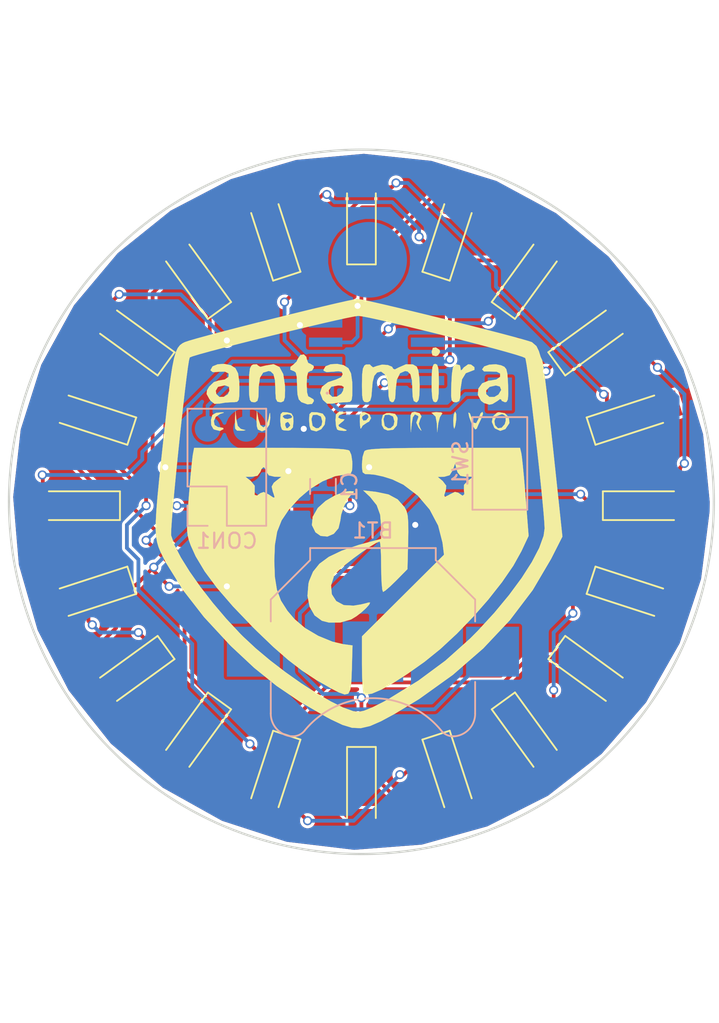
<source format=kicad_pcb>
(kicad_pcb (version 4) (host pcbnew 4.0.7)
  (layers (0 F.Cu signal) (31 B.Cu signal) (34 B.Paste user) (35 F.Paste user) (36 B.SilkS user) (37 F.SilkS user) (38 B.Mask user) (39 F.Mask user) (44 Edge.Cuts user))
  (net 0 "")
  (net 1 +3V3)
  (net 2 GND)
  (net 3 "Net-(D1-Pad1)")
  (net 4 /MOSI)
  (net 5 "Net-(D12-Pad1)")
  (net 6 /MISO)
  (net 7 /SCK)
  (net 8 /RESET)
  (module LEDs:LED_1206_HandSoldering (layer F.Cu) (at 81.76669 112.947773 234)
    (fp_text reference D8 hide)
    (fp_text value LED)
    (pad 1 smd rect (at -2 0 234) (size 2 1.7) (layers F.Cu F.Paste F.Mask) (net 7 /SCK))
    (pad 2 smd rect (at 2 0 234) (size 2 1.7) (layers F.Cu F.Paste F.Mask) (net 4 /MOSI))
  )
  (module SparkFun-DigitalIC:SO08-EIAJ (layer B.Cu) (at 93.98 87.3633 90)
    (fp_text reference U1 hide)
    (fp_text value ATTINY85-20SU hide)
    (pad 1 smd rect (at -1.905 -3.3782 90) (size 0.6096 2.20726) (layers B.Cu B.Paste B.Mask) (net 8 /RESET))
    (pad 2 smd rect (at -0.635 -3.3782 90) (size 0.6096 2.20726) (layers B.Cu B.Paste B.Mask) (net 3 "Net-(D1-Pad1)"))
    (pad 3 smd rect (at 0.635 -3.3782 90) (size 0.6096 2.20726) (layers B.Cu B.Paste B.Mask) (net 5 "Net-(D12-Pad1)"))
    (pad 4 smd rect (at 1.905 -3.3782 90) (size 0.6096 2.20726) (layers B.Cu B.Paste B.Mask) (net 2 GND))
    (pad 5 smd rect (at 1.905 3.3528 90) (size 0.6096 2.20726) (layers B.Cu B.Paste B.Mask) (net 4 /MOSI))
    (pad 6 smd rect (at 0.635 3.3528 90) (size 0.6096 2.20726) (layers B.Cu B.Paste B.Mask) (net 6 /MISO))
    (pad 7 smd rect (at -0.635 3.3528 90) (size 0.6096 2.20726) (layers B.Cu B.Paste B.Mask) (net 7 /SCK))
    (pad 8 smd rect (at -1.905 3.3528 90) (size 0.6096 2.20726) (layers B.Cu B.Paste B.Mask) (net 1 +3V3))
  )
  (module Pin_Headers:Pin_Header_Straight_1x01_Pitch2.54mm (layer B.Cu) (at 93.472 81.28)
    (fp_text reference REF** hide)
    (fp_text value Pin_Header_Straight_1x01_Pitch2.54mm hide)
    (pad 1 smd circle (at 0 0) (size 5 5) (layers B.Cu B.Paste B.Mask))
  )
  (module Pin_Headers:Pin_Header_Straight_2x03_Pitch2.54mm (layer B.Cu) (at 82.804 97.536)
    (fp_text reference CON1 (at 1.27 2.33) (layer B.SilkS) (effects (justify mirror)))
    (fp_text value AVR-ISP-6)
    (pad 1 smd rect (at 0 0) (size 1.7 1.7) (layers B.Cu B.Paste B.Mask) (net 6 /MISO))
    (pad 2 smd oval (at 2.54 0) (size 1.7 1.7) (layers B.Cu B.Paste B.Mask) (net 1 +3V3))
    (pad 3 smd oval (at 0 -2.54) (size 1.7 1.7) (layers B.Cu B.Paste B.Mask) (net 7 /SCK))
    (pad 4 smd oval (at 2.54 -2.54) (size 1.7 1.7) (layers B.Cu B.Paste B.Mask) (net 4 /MOSI))
    (pad 5 smd oval (at 0 -5.08) (size 1.7 1.7) (layers B.Cu B.Paste B.Mask) (net 8 /RESET))
    (pad 6 smd oval (at 2.54 -5.08) (size 1.7 1.7) (layers B.Cu B.Paste B.Mask) (net 2 GND))
  )
  (module Battery_Holders:Keystone_3000_1x12mm-CoinCell (layer B.Cu) (at 93.726 107.188 180)
    (fp_text reference BT1 (at 0 8 180) (layer B.SilkS) (effects (justify mirror)))
    (fp_text value Battery)
    (pad 1 smd rect (at -7.9 0 180) (size 3.5 3.3) (layers B.Cu B.Paste B.Mask) (net 1 +3V3))
    (pad 1 smd rect (at 7.9 0 180) (size 3.5 3.3) (layers B.Cu B.Paste B.Mask) (net 1 +3V3))
    (pad 2 smd rect (at 0 0 180) (size 4 4) (layers B.Cu B.Mask) (net 2 GND))
  )
  (module Capacitors_SMD:C_0805_HandSoldering (layer B.Cu) (at 90.424 96.266 90)
    (fp_text reference C1 (at 0 1.75 90) (layer B.SilkS) (effects (justify mirror)))
    (fp_text value 10u)
    (pad 1 smd rect (at -1.25 0 90) (size 1.5 1.25) (layers B.Cu B.Paste B.Mask) (net 1 +3V3))
    (pad 2 smd rect (at 1.25 0 90) (size 1.5 1.25) (layers B.Cu B.Paste B.Mask) (net 2 GND))
  )
  (module LEDs:LED_1206_HandSoldering (layer F.Cu) (at 112.014 97.536)
    (fp_text reference D1 hide)
    (fp_text value LED)
    (pad 1 smd rect (at -2 0) (size 2 1.7) (layers F.Cu F.Paste F.Mask) (net 3 "Net-(D1-Pad1)"))
    (pad 2 smd rect (at 2 0) (size 2 1.7) (layers F.Cu F.Paste F.Mask) (net 4 /MOSI))
  )
  (module LEDs:LED_1206_HandSoldering (layer F.Cu) (at 111.081626 103.422773 342)
    (fp_text reference D2 hide)
    (fp_text value LED)
    (pad 1 smd rect (at -2 0 342) (size 2 1.7) (layers F.Cu F.Paste F.Mask) (net 4 /MOSI))
    (pad 2 smd rect (at 2 0 342) (size 2 1.7) (layers F.Cu F.Paste F.Mask) (net 5 "Net-(D12-Pad1)"))
  )
  (module LEDs:LED_1206_HandSoldering (layer F.Cu) (at 108.375773 108.733309 324)
    (fp_text reference D3 hide)
    (fp_text value LED)
    (pad 1 smd rect (at -2 0 324) (size 2 1.7) (layers F.Cu F.Paste F.Mask) (net 5 "Net-(D12-Pad1)"))
    (pad 2 smd rect (at 2 0 324) (size 2 1.7) (layers F.Cu F.Paste F.Mask) (net 6 /MISO))
  )
  (module LEDs:LED_1206_HandSoldering (layer F.Cu) (at 104.161309 112.947773 306)
    (fp_text reference D4 hide)
    (fp_text value LED)
    (pad 1 smd rect (at -2 0 306) (size 2 1.7) (layers F.Cu F.Paste F.Mask) (net 6 /MISO))
    (pad 2 smd rect (at 2 0 306) (size 2 1.7) (layers F.Cu F.Paste F.Mask) (net 7 /SCK))
  )
  (module LEDs:LED_1206_HandSoldering (layer F.Cu) (at 98.850773 115.653626 288)
    (fp_text reference D5 hide)
    (fp_text value LED)
    (pad 1 smd rect (at -2 0 288) (size 2 1.7) (layers F.Cu F.Paste F.Mask) (net 7 /SCK))
    (pad 2 smd rect (at 2 0 288) (size 2 1.7) (layers F.Cu F.Paste F.Mask) (net 3 "Net-(D1-Pad1)"))
  )
  (module LEDs:LED_1206_HandSoldering (layer F.Cu) (at 92.964 116.586 270)
    (fp_text reference D6 hide)
    (fp_text value LED)
    (pad 1 smd rect (at -2 0 270) (size 2 1.7) (layers F.Cu F.Paste F.Mask) (net 3 "Net-(D1-Pad1)"))
    (pad 2 smd rect (at 2 0 270) (size 2 1.7) (layers F.Cu F.Paste F.Mask) (net 5 "Net-(D12-Pad1)"))
  )
  (module LEDs:LED_1206_HandSoldering (layer F.Cu) (at 87.077226 115.653626 252)
    (fp_text reference D7 hide)
    (fp_text value LED)
    (pad 1 smd rect (at -2 0 252) (size 2 1.7) (layers F.Cu F.Paste F.Mask) (net 5 "Net-(D12-Pad1)"))
    (pad 2 smd rect (at 2 0 252) (size 2 1.7) (layers F.Cu F.Paste F.Mask) (net 7 /SCK))
  )
  (module LEDs:LED_1206_HandSoldering (layer F.Cu) (at 77.552227 108.733309 216)
    (fp_text reference D9 hide)
    (fp_text value LED)
    (pad 1 smd rect (at -2 0 216) (size 2 1.7) (layers F.Cu F.Paste F.Mask) (net 4 /MOSI))
    (pad 2 smd rect (at 2 0 216) (size 2 1.7) (layers F.Cu F.Paste F.Mask) (net 6 /MISO))
  )
  (module LEDs:LED_1206_HandSoldering (layer F.Cu) (at 74.846374 103.422773 198)
    (fp_text reference D10 hide)
    (fp_text value LED)
    (pad 1 smd rect (at -2 0 198) (size 2 1.7) (layers F.Cu F.Paste F.Mask) (net 6 /MISO))
    (pad 2 smd rect (at 2 0 198) (size 2 1.7) (layers F.Cu F.Paste F.Mask) (net 3 "Net-(D1-Pad1)"))
  )
  (module LEDs:LED_1206_HandSoldering (layer F.Cu) (at 73.914 97.536 180)
    (fp_text reference D11 hide)
    (fp_text value LED)
    (pad 1 smd rect (at -2 0 180) (size 2 1.7) (layers F.Cu F.Paste F.Mask) (net 4 /MOSI))
    (pad 2 smd rect (at 2 0 180) (size 2 1.7) (layers F.Cu F.Paste F.Mask) (net 3 "Net-(D1-Pad1)"))
  )
  (module LEDs:LED_1206_HandSoldering (layer F.Cu) (at 74.846374 91.649226 162)
    (fp_text reference D12 hide)
    (fp_text value LED)
    (pad 1 smd rect (at -2 0 162) (size 2 1.7) (layers F.Cu F.Paste F.Mask) (net 5 "Net-(D12-Pad1)"))
    (pad 2 smd rect (at 2 0 162) (size 2 1.7) (layers F.Cu F.Paste F.Mask) (net 4 /MOSI))
  )
  (module LEDs:LED_1206_HandSoldering (layer F.Cu) (at 77.552227 86.33869 144)
    (fp_text reference D13 hide)
    (fp_text value LED)
    (pad 1 smd rect (at -2 0 144) (size 2 1.7) (layers F.Cu F.Paste F.Mask) (net 6 /MISO))
    (pad 2 smd rect (at 2 0 144) (size 2 1.7) (layers F.Cu F.Paste F.Mask) (net 5 "Net-(D12-Pad1)"))
  )
  (module LEDs:LED_1206_HandSoldering (layer F.Cu) (at 81.76669 82.124227 126)
    (fp_text reference D14 hide)
    (fp_text value LED)
    (pad 1 smd rect (at -2 0 126) (size 2 1.7) (layers F.Cu F.Paste F.Mask) (net 7 /SCK))
    (pad 2 smd rect (at 2 0 126) (size 2 1.7) (layers F.Cu F.Paste F.Mask) (net 6 /MISO))
  )
  (module LEDs:LED_1206_HandSoldering (layer F.Cu) (at 87.077226 79.418374 108)
    (fp_text reference D15 hide)
    (fp_text value LED)
    (pad 1 smd rect (at -2 0 108) (size 2 1.7) (layers F.Cu F.Paste F.Mask) (net 3 "Net-(D1-Pad1)"))
    (pad 2 smd rect (at 2 0 108) (size 2 1.7) (layers F.Cu F.Paste F.Mask) (net 7 /SCK))
  )
  (module LEDs:LED_1206_HandSoldering (layer F.Cu) (at 92.963999 78.486 90)
    (fp_text reference D16 hide)
    (fp_text value LED)
    (pad 1 smd rect (at -2 0 90) (size 2 1.7) (layers F.Cu F.Paste F.Mask) (net 5 "Net-(D12-Pad1)"))
    (pad 2 smd rect (at 2 0 90) (size 2 1.7) (layers F.Cu F.Paste F.Mask) (net 3 "Net-(D1-Pad1)"))
  )
  (module LEDs:LED_1206_HandSoldering (layer F.Cu) (at 98.850773 79.418374 72)
    (fp_text reference D17 hide)
    (fp_text value LED)
    (pad 1 smd rect (at -2 0 72) (size 2 1.7) (layers F.Cu F.Paste F.Mask) (net 7 /SCK))
    (pad 2 smd rect (at 2 0 72) (size 2 1.7) (layers F.Cu F.Paste F.Mask) (net 5 "Net-(D12-Pad1)"))
  )
  (module LEDs:LED_1206_HandSoldering (layer F.Cu) (at 104.161309 82.124227 54)
    (fp_text reference D18 hide)
    (fp_text value LED)
    (pad 1 smd rect (at -2 0 54) (size 2 1.7) (layers F.Cu F.Paste F.Mask) (net 4 /MOSI))
    (pad 2 smd rect (at 2 0 54) (size 2 1.7) (layers F.Cu F.Paste F.Mask) (net 7 /SCK))
  )
  (module LEDs:LED_1206_HandSoldering (layer F.Cu) (at 108.375773 86.33869 36)
    (fp_text reference D19 hide)
    (fp_text value LED)
    (pad 1 smd rect (at -2 0 36) (size 2 1.7) (layers F.Cu F.Paste F.Mask) (net 6 /MISO))
    (pad 2 smd rect (at 2 0 36) (size 2 1.7) (layers F.Cu F.Paste F.Mask) (net 4 /MOSI))
  )
  (module LEDs:LED_1206_HandSoldering (layer F.Cu) (at 111.081626 91.649226 18)
    (fp_text reference D20 hide)
    (fp_text value LED)
    (pad 1 smd rect (at -2 0 18) (size 2 1.7) (layers F.Cu F.Paste F.Mask) (net 3 "Net-(D1-Pad1)"))
    (pad 2 smd rect (at 2 0 18) (size 2 1.7) (layers F.Cu F.Paste F.Mask) (net 6 /MISO))
  )
  (module Buttons_Switches_SMD:SW_SPST_FSMSM (layer B.Cu) (at 102.108 94.742 270)
    (fp_text reference SW1 (at 0 2.6 270) (layer B.SilkS) (effects (justify mirror)))
    (fp_text value SW_Push)
    (pad 1 smd rect (at -4.59 0 270) (size 2.18 1.6) (layers B.Cu B.Paste B.Mask) (net 8 /RESET))
    (pad 2 smd rect (at 4.59 0 270) (size 2.18 1.6) (layers B.Cu B.Paste B.Mask) (net 2 GND))
  )
  (module Desktop:Untitled (layer F.Cu) (at 93 98)
    (fp_text reference G*** hide)
    (fp_text value LOGO hide)
  )
  (gr_line (start 90.7034 90.0938) (end 90.7161 90.0938) (angle 90) (layer B.SilkS) (width 0.2))
  (gr_circle (center 92.964 97.282) (end 116.078 100.076) (layer Edge.Cuts) (width 0.15))
  (segment (start 101.626 107.188) (end 101.6 107.188) (width 0.25) (layer B.Cu) (net 1))
  (segment (start 101.6 107.188) (end 97.79 110.998) (width 0.25) (layer B.Cu) (net 1))
  (segment (start 97.79 110.998) (end 89.636 110.998) (width 0.25) (layer B.Cu) (net 1))
  (segment (start 89.636 110.998) (end 85.826 107.188) (width 0.25) (layer B.Cu) (net 1))
  (segment (start 85.826 107.188) (end 85.826 98.018) (width 0.25) (layer B.Cu) (net 1))
  (segment (start 85.826 98.018) (end 85.344 97.536) (width 0.25) (layer B.Cu) (net 1))
  (segment (start 96.426 89.281) (end 94.615 89.281) (width 0.25) (layer B.Cu) (net 1))
  (segment (start 92.182 97.516) (end 90.424 97.516) (width 0.25) (layer B.Cu) (net 1))
  (segment (start 92.202 97.536) (end 92.182 97.516) (width 0.25) (layer B.Cu) (net 1))
  (via (at 92.202 97.536) (size 0.6) (drill 0.4) (layers F.Cu B.Cu) (net 1))
  (segment (start 92.202 91.694) (end 92.202 97.536) (width 0.25) (layer F.Cu) (net 1))
  (segment (start 94.488 89.408) (end 92.202 91.694) (width 0.25) (layer F.Cu) (net 1))
  (via (at 94.488 89.408) (size 0.6) (drill 0.4) (layers F.Cu B.Cu) (net 1))
  (segment (start 94.615 89.281) (end 94.488 89.408) (width 0.25) (layer B.Cu) (net 1))
  (segment (start 85.344 97.536) (end 90.404 97.536) (width 0.25) (layer B.Cu) (net 1))
  (segment (start 90.404 97.536) (end 90.424 97.516) (width 0.25) (layer B.Cu) (net 1))
  (segment (start 102.108 99.332) (end 97.046 99.332) (width 0.25) (layer B.Cu) (net 2))
  (segment (start 93.452 95.016) (end 90.424 95.016) (width 0.25) (layer B.Cu) (net 2))
  (segment (start 93.472 94.996) (end 93.452 95.016) (width 0.25) (layer B.Cu) (net 2))
  (via (at 93.472 94.996) (size 0.6) (drill 0.4) (layers F.Cu B.Cu) (net 2))
  (segment (start 93.472 95.758) (end 93.472 94.996) (width 0.25) (layer F.Cu) (net 2))
  (segment (start 96.52 98.806) (end 93.472 95.758) (width 0.25) (layer F.Cu) (net 2))
  (via (at 96.52 98.806) (size 0.6) (drill 0.4) (layers F.Cu B.Cu) (net 2))
  (segment (start 97.046 99.332) (end 96.52 98.806) (width 0.25) (layer B.Cu) (net 2))
  (segment (start 91.026 85.471) (end 89.027 85.471) (width 0.25) (layer B.Cu) (net 2))
  (segment (start 89.154 92.456) (end 87.376 92.456) (width 0.25) (layer B.Cu) (net 2))
  (via (at 89.154 92.456) (size 0.6) (drill 0.4) (layers F.Cu B.Cu) (net 2))
  (segment (start 89.154 85.852) (end 89.154 92.456) (width 0.25) (layer F.Cu) (net 2))
  (segment (start 88.9 85.598) (end 89.154 85.852) (width 0.25) (layer F.Cu) (net 2))
  (via (at 88.9 85.598) (size 0.6) (drill 0.4) (layers F.Cu B.Cu) (net 2))
  (segment (start 89.027 85.471) (end 88.9 85.598) (width 0.25) (layer B.Cu) (net 2))
  (segment (start 102.108 99.332) (end 97.01 99.332) (width 0.25) (layer B.Cu) (net 2))
  (segment (start 93.726 102.616) (end 93.726 107.188) (width 0.25) (layer B.Cu) (net 2))
  (segment (start 97.01 99.332) (end 93.726 102.616) (width 0.25) (layer B.Cu) (net 2))
  (segment (start 90.424 95.016) (end 90.19 95.016) (width 0.25) (layer B.Cu) (net 2))
  (segment (start 90.19 95.016) (end 87.63 92.456) (width 0.25) (layer B.Cu) (net 2))
  (segment (start 87.63 92.456) (end 87.376 92.456) (width 0.25) (layer B.Cu) (net 2))
  (segment (start 87.376 92.456) (end 85.344 92.456) (width 0.25) (layer B.Cu) (net 2))
  (segment (start 89.281 88.011) (end 84.455 88.011) (width 0.25) (layer B.Cu) (net 3))
  (segment (start 71.914 95.536) (end 71.914 97.536) (width 0.25) (layer F.Cu) (net 3))
  (segment (start 71.882 95.504) (end 71.914 95.536) (width 0.25) (layer F.Cu) (net 3))
  (via (at 71.882 95.504) (size 0.6) (drill 0.4) (layers F.Cu B.Cu) (net 3))
  (segment (start 77.47 95.504) (end 71.882 95.504) (width 0.25) (layer B.Cu) (net 3))
  (segment (start 78.486 94.488) (end 77.47 95.504) (width 0.25) (layer B.Cu) (net 3))
  (segment (start 78.486 93.98) (end 78.486 94.488) (width 0.25) (layer B.Cu) (net 3))
  (segment (start 84.455 88.011) (end 78.486 93.98) (width 0.25) (layer B.Cu) (net 3))
  (segment (start 92.964 114.586) (end 92.964 110.236) (width 0.25) (layer F.Cu) (net 3))
  (segment (start 108.204 97.536) (end 110.014 97.536) (width 0.25) (layer F.Cu) (net 3))
  (segment (start 107.442 96.774) (end 108.204 97.536) (width 0.25) (layer F.Cu) (net 3))
  (via (at 107.442 96.774) (size 0.6) (drill 0.4) (layers F.Cu B.Cu) (net 3))
  (segment (start 96.774 96.774) (end 107.442 96.774) (width 0.25) (layer B.Cu) (net 3))
  (segment (start 88.9 104.648) (end 96.774 96.774) (width 0.25) (layer B.Cu) (net 3))
  (segment (start 88.9 108.458) (end 88.9 104.648) (width 0.25) (layer B.Cu) (net 3))
  (segment (start 90.424 109.982) (end 88.9 108.458) (width 0.25) (layer B.Cu) (net 3))
  (segment (start 92.71 109.982) (end 90.424 109.982) (width 0.25) (layer B.Cu) (net 3))
  (segment (start 92.964 110.236) (end 92.71 109.982) (width 0.25) (layer B.Cu) (net 3))
  (via (at 92.964 110.236) (size 0.6) (drill 0.4) (layers F.Cu B.Cu) (net 3))
  (segment (start 91.026 88.011) (end 89.281 88.011) (width 0.25) (layer B.Cu) (net 3))
  (segment (start 88.392 83.566) (end 88.392 82.017227) (width 0.25) (layer F.Cu) (net 3))
  (segment (start 87.884 84.074) (end 88.392 83.566) (width 0.25) (layer F.Cu) (net 3))
  (via (at 87.884 84.074) (size 0.6) (drill 0.4) (layers F.Cu B.Cu) (net 3))
  (segment (start 87.884 86.614) (end 87.884 84.074) (width 0.25) (layer B.Cu) (net 3))
  (segment (start 89.281 88.011) (end 87.884 86.614) (width 0.25) (layer B.Cu) (net 3))
  (segment (start 88.392 82.017227) (end 87.69526 81.320487) (width 0.25) (layer F.Cu) (net 3))
  (segment (start 92.963999 76.486) (end 92.963999 77.216001) (width 0.25) (layer F.Cu) (net 3))
  (segment (start 92.963999 77.216001) (end 90.17 80.01) (width 0.25) (layer F.Cu) (net 3))
  (segment (start 89.005747 80.01) (end 87.69526 81.320487) (width 0.25) (layer F.Cu) (net 3))
  (segment (start 90.17 80.01) (end 89.005747 80.01) (width 0.25) (layer F.Cu) (net 3))
  (segment (start 109.179513 92.26726) (end 109.179513 90.129513) (width 0.25) (layer F.Cu) (net 3))
  (segment (start 94.964 76.486) (end 92.963999 76.486) (width 0.25) (layer F.Cu) (net 3))
  (segment (start 95.25 76.2) (end 94.964 76.486) (width 0.25) (layer F.Cu) (net 3))
  (via (at 95.25 76.2) (size 0.6) (drill 0.4) (layers F.Cu B.Cu) (net 3))
  (segment (start 96.012 76.2) (end 95.25 76.2) (width 0.25) (layer B.Cu) (net 3))
  (segment (start 101.854 82.042) (end 96.012 76.2) (width 0.25) (layer B.Cu) (net 3))
  (segment (start 101.854 83.058) (end 101.854 82.042) (width 0.25) (layer B.Cu) (net 3))
  (segment (start 108.966 90.17) (end 101.854 83.058) (width 0.25) (layer B.Cu) (net 3))
  (via (at 108.966 90.17) (size 0.6) (drill 0.4) (layers F.Cu B.Cu) (net 3))
  (segment (start 109.139026 90.17) (end 108.966 90.17) (width 0.25) (layer F.Cu) (net 3))
  (segment (start 109.179513 90.129513) (end 109.139026 90.17) (width 0.25) (layer F.Cu) (net 3))
  (segment (start 87.69526 81.320487) (end 87.924487 81.320487) (width 0.25) (layer F.Cu) (net 3))
  (segment (start 72.944261 104.040807) (end 72.944261 98.566261) (width 0.25) (layer F.Cu) (net 3))
  (segment (start 72.944261 98.566261) (end 71.914 97.536) (width 0.25) (layer F.Cu) (net 3))
  (segment (start 99.468807 117.555739) (end 95.933739 117.555739) (width 0.25) (layer F.Cu) (net 3))
  (segment (start 95.933739 117.555739) (end 92.964 114.586) (width 0.25) (layer F.Cu) (net 3))
  (segment (start 109.179513 92.26726) (end 109.179513 96.701513) (width 0.25) (layer F.Cu) (net 3))
  (segment (start 109.179513 96.701513) (end 110.014 97.536) (width 0.25) (layer F.Cu) (net 3))
  (segment (start 109.993807 85.163119) (end 109.993807 85.863807) (width 0.25) (layer F.Cu) (net 4))
  (segment (start 109.993807 85.863807) (end 112.522 88.392) (width 0.25) (layer F.Cu) (net 4))
  (segment (start 114.014 95.028) (end 114.014 97.536) (width 0.25) (layer F.Cu) (net 4))
  (segment (start 114.3 94.742) (end 114.014 95.028) (width 0.25) (layer F.Cu) (net 4))
  (via (at 114.3 94.742) (size 0.6) (drill 0.4) (layers F.Cu B.Cu) (net 4))
  (segment (start 114.3 90.17) (end 114.3 94.742) (width 0.25) (layer B.Cu) (net 4))
  (segment (start 112.522 88.392) (end 114.3 90.17) (width 0.25) (layer B.Cu) (net 4))
  (via (at 112.522 88.392) (size 0.6) (drill 0.4) (layers F.Cu B.Cu) (net 4))
  (segment (start 96.426 85.471) (end 95.123 85.471) (width 0.25) (layer B.Cu) (net 4))
  (segment (start 90.424 92.964) (end 88.138 95.25) (width 0.25) (layer F.Cu) (net 4))
  (segment (start 90.424 92.202) (end 90.424 92.964) (width 0.25) (layer F.Cu) (net 4))
  (segment (start 93.472 89.154) (end 90.424 92.202) (width 0.25) (layer F.Cu) (net 4))
  (segment (start 93.472 87.122) (end 93.472 89.154) (width 0.25) (layer F.Cu) (net 4))
  (segment (start 94.742 85.852) (end 93.472 87.122) (width 0.25) (layer F.Cu) (net 4))
  (via (at 94.742 85.852) (size 0.6) (drill 0.4) (layers F.Cu B.Cu) (net 4))
  (segment (start 95.123 85.471) (end 94.742 85.852) (width 0.25) (layer B.Cu) (net 4))
  (segment (start 96.426 85.471) (end 101.219 85.471) (width 0.25) (layer B.Cu) (net 4))
  (segment (start 101.346 85.344) (end 102.947739 83.742261) (width 0.25) (layer F.Cu) (net 4))
  (via (at 101.346 85.344) (size 0.6) (drill 0.4) (layers F.Cu B.Cu) (net 4))
  (segment (start 101.219 85.471) (end 101.346 85.344) (width 0.25) (layer B.Cu) (net 4))
  (segment (start 102.947739 83.742261) (end 102.985738 83.742261) (width 0.25) (layer F.Cu) (net 4))
  (segment (start 75.914 97.536) (end 75.914 100.108) (width 0.25) (layer F.Cu) (net 4))
  (segment (start 78.232 105.918) (end 79.170261 106.856261) (width 0.25) (layer F.Cu) (net 4))
  (via (at 78.232 105.918) (size 0.6) (drill 0.4) (layers F.Cu B.Cu) (net 4))
  (segment (start 75.692 105.918) (end 78.232 105.918) (width 0.25) (layer B.Cu) (net 4))
  (segment (start 75.184 105.41) (end 75.692 105.918) (width 0.25) (layer B.Cu) (net 4))
  (via (at 75.184 105.41) (size 0.6) (drill 0.4) (layers F.Cu B.Cu) (net 4))
  (segment (start 74.93 105.156) (end 75.184 105.41) (width 0.25) (layer F.Cu) (net 4))
  (segment (start 74.93 101.092) (end 74.93 105.156) (width 0.25) (layer F.Cu) (net 4))
  (segment (start 75.914 100.108) (end 74.93 101.092) (width 0.25) (layer F.Cu) (net 4))
  (segment (start 79.170261 106.856261) (end 79.170261 107.557738) (width 0.25) (layer F.Cu) (net 4))
  (segment (start 75.914 97.536) (end 77.724 97.536) (width 0.25) (layer F.Cu) (net 4))
  (segment (start 77.724 97.536) (end 80.772 100.584) (width 0.25) (layer F.Cu) (net 4))
  (segment (start 80.772 100.584) (end 87.122 100.584) (width 0.25) (layer F.Cu) (net 4))
  (segment (start 87.122 100.584) (end 88.138 99.568) (width 0.25) (layer F.Cu) (net 4))
  (segment (start 88.138 99.568) (end 88.138 95.25) (width 0.25) (layer F.Cu) (net 4))
  (segment (start 87.884 94.996) (end 85.344 94.996) (width 0.25) (layer B.Cu) (net 4))
  (via (at 88.138 95.25) (size 0.6) (drill 0.4) (layers F.Cu B.Cu) (net 4))
  (segment (start 88.138 95.25) (end 87.884 94.996) (width 0.25) (layer B.Cu) (net 4))
  (segment (start 75.914 97.536) (end 75.914 96.742) (width 0.25) (layer F.Cu) (net 4))
  (segment (start 75.914 96.742) (end 72.944261 93.772261) (width 0.25) (layer F.Cu) (net 4))
  (segment (start 72.944261 93.772261) (end 72.944261 91.031192) (width 0.25) (layer F.Cu) (net 4))
  (segment (start 80.591119 114.565807) (end 80.591119 112.849119) (width 0.25) (layer F.Cu) (net 4))
  (segment (start 79.170261 111.428261) (end 79.170261 107.557738) (width 0.25) (layer F.Cu) (net 4))
  (segment (start 80.591119 112.849119) (end 79.170261 111.428261) (width 0.25) (layer F.Cu) (net 4))
  (segment (start 114.014 97.536) (end 114.014 98.584) (width 0.25) (layer F.Cu) (net 4))
  (segment (start 111.146252 100.838) (end 109.179513 102.804739) (width 0.25) (layer F.Cu) (net 4))
  (segment (start 111.76 100.838) (end 111.146252 100.838) (width 0.25) (layer F.Cu) (net 4))
  (segment (start 114.014 98.584) (end 111.76 100.838) (width 0.25) (layer F.Cu) (net 4))
  (segment (start 102.985738 83.742261) (end 108.572949 83.742261) (width 0.25) (layer F.Cu) (net 4))
  (segment (start 108.572949 83.742261) (end 109.993807 85.163119) (width 0.25) (layer F.Cu) (net 4))
  (segment (start 76.748487 92.26726) (end 76.748487 94.782487) (width 0.25) (layer F.Cu) (net 5))
  (segment (start 86.065513 113.751513) (end 87.69526 113.751513) (width 0.25) (layer F.Cu) (net 5))
  (segment (start 85.598 113.284) (end 86.065513 113.751513) (width 0.25) (layer F.Cu) (net 5))
  (via (at 85.598 113.284) (size 0.6) (drill 0.4) (layers F.Cu B.Cu) (net 5))
  (segment (start 81.788 109.474) (end 85.598 113.284) (width 0.25) (layer B.Cu) (net 5))
  (segment (start 81.788 106.68) (end 81.788 109.474) (width 0.25) (layer B.Cu) (net 5))
  (segment (start 78.232 103.124) (end 81.788 106.68) (width 0.25) (layer B.Cu) (net 5))
  (segment (start 78.232 101.092) (end 78.232 103.124) (width 0.25) (layer B.Cu) (net 5))
  (segment (start 77.47 100.33) (end 78.232 101.092) (width 0.25) (layer B.Cu) (net 5))
  (segment (start 77.47 98.806) (end 77.47 100.33) (width 0.25) (layer B.Cu) (net 5))
  (segment (start 78.74 97.536) (end 77.47 98.806) (width 0.25) (layer B.Cu) (net 5))
  (via (at 78.74 97.536) (size 0.6) (drill 0.4) (layers F.Cu B.Cu) (net 5))
  (segment (start 78.74 96.774) (end 78.74 97.536) (width 0.25) (layer F.Cu) (net 5))
  (segment (start 76.748487 94.782487) (end 78.74 96.774) (width 0.25) (layer F.Cu) (net 5))
  (segment (start 92.963999 80.486) (end 92.963999 84.074001) (width 0.25) (layer F.Cu) (net 5))
  (segment (start 92.963999 84.074001) (end 92.71 84.328) (width 0.25) (layer F.Cu) (net 5))
  (segment (start 91.026 86.741) (end 92.329 86.741) (width 0.25) (layer B.Cu) (net 5))
  (segment (start 92.329 86.741) (end 92.71 86.36) (width 0.25) (layer B.Cu) (net 5))
  (segment (start 92.71 86.36) (end 92.71 84.328) (width 0.25) (layer B.Cu) (net 5))
  (via (at 92.71 84.328) (size 0.6) (drill 0.4) (layers F.Cu B.Cu) (net 5))
  (segment (start 76.962 83.566) (end 75.934193 84.593807) (width 0.25) (layer F.Cu) (net 5))
  (segment (start 92.71 84.328) (end 92.456 84.582) (width 0.25) (layer F.Cu) (net 5))
  (segment (start 92.456 84.582) (end 88.646 84.582) (width 0.25) (layer F.Cu) (net 5))
  (segment (start 88.646 84.582) (end 86.614 86.614) (width 0.25) (layer F.Cu) (net 5))
  (segment (start 86.614 86.614) (end 84.074 86.614) (width 0.25) (layer F.Cu) (net 5))
  (via (at 84.074 86.614) (size 0.6) (drill 0.4) (layers F.Cu B.Cu) (net 5))
  (segment (start 84.074 86.614) (end 81.026 83.566) (width 0.25) (layer B.Cu) (net 5))
  (segment (start 81.026 83.566) (end 76.962 83.566) (width 0.25) (layer B.Cu) (net 5))
  (via (at 76.962 83.566) (size 0.6) (drill 0.4) (layers F.Cu B.Cu) (net 5))
  (segment (start 75.934193 84.593807) (end 75.934193 85.163119) (width 0.25) (layer F.Cu) (net 5))
  (segment (start 106.757739 107.557738) (end 104.024262 107.557738) (width 0.25) (layer F.Cu) (net 5))
  (segment (start 104.024262 107.557738) (end 102.362 109.22) (width 0.25) (layer F.Cu) (net 5))
  (segment (start 102.362 109.22) (end 90.932 109.22) (width 0.25) (layer F.Cu) (net 5))
  (segment (start 90.932 109.22) (end 87.69526 112.45674) (width 0.25) (layer F.Cu) (net 5))
  (segment (start 87.69526 112.45674) (end 87.69526 113.751513) (width 0.25) (layer F.Cu) (net 5))
  (segment (start 76.748487 92.26726) (end 76.748487 89.702487) (width 0.25) (layer F.Cu) (net 5))
  (segment (start 75.934193 88.888193) (end 75.934193 85.163119) (width 0.25) (layer F.Cu) (net 5))
  (segment (start 76.748487 89.702487) (end 75.934193 88.888193) (width 0.25) (layer F.Cu) (net 5))
  (segment (start 92.964 118.586) (end 92.529747 118.586) (width 0.25) (layer F.Cu) (net 5))
  (segment (start 92.529747 118.586) (end 87.69526 113.751513) (width 0.25) (layer F.Cu) (net 5))
  (segment (start 112.983739 104.040807) (end 112.983739 104.948261) (width 0.25) (layer F.Cu) (net 5))
  (segment (start 108.651477 105.664) (end 106.757739 107.557738) (width 0.25) (layer F.Cu) (net 5))
  (segment (start 112.268 105.664) (end 108.651477 105.664) (width 0.25) (layer F.Cu) (net 5))
  (segment (start 112.983739 104.948261) (end 112.268 105.664) (width 0.25) (layer F.Cu) (net 5))
  (segment (start 92.963999 80.486) (end 94.266 80.486) (width 0.25) (layer F.Cu) (net 5))
  (segment (start 97.79 76.962) (end 98.914546 76.962) (width 0.25) (layer F.Cu) (net 5))
  (segment (start 94.266 80.486) (end 97.79 76.962) (width 0.25) (layer F.Cu) (net 5))
  (segment (start 98.914546 76.962) (end 99.468807 77.516261) (width 0.25) (layer F.Cu) (net 5))
  (segment (start 79.248 101.6) (end 79.248 101.854) (width 0.25) (layer F.Cu) (net 6))
  (segment (start 85.09 101.854) (end 106.934 101.854) (width 0.25) (layer F.Cu) (net 6))
  (segment (start 84.074 102.87) (end 85.09 101.854) (width 0.25) (layer F.Cu) (net 6))
  (via (at 84.074 102.87) (size 0.6) (drill 0.4) (layers F.Cu B.Cu) (net 6))
  (segment (start 80.264 102.87) (end 84.074 102.87) (width 0.25) (layer B.Cu) (net 6))
  (via (at 80.264 102.87) (size 0.6) (drill 0.4) (layers F.Cu B.Cu) (net 6))
  (segment (start 79.248 101.854) (end 80.264 102.87) (width 0.25) (layer F.Cu) (net 6))
  (segment (start 112.983739 91.031192) (end 112.983739 95.296261) (width 0.25) (layer F.Cu) (net 6))
  (segment (start 112.983739 95.296261) (end 111.76 96.52) (width 0.25) (layer F.Cu) (net 6))
  (segment (start 111.76 96.52) (end 111.76 99.06) (width 0.25) (layer F.Cu) (net 6))
  (segment (start 111.76 99.06) (end 110.236 100.584) (width 0.25) (layer F.Cu) (net 6))
  (segment (start 110.236 100.584) (end 108.204 100.584) (width 0.25) (layer F.Cu) (net 6))
  (segment (start 108.204 100.584) (end 106.934 101.854) (width 0.25) (layer F.Cu) (net 6))
  (segment (start 105.664 109.728) (end 105.664 110.744) (width 0.25) (layer F.Cu) (net 6))
  (segment (start 106.934 101.854) (end 106.934 104.648) (width 0.25) (layer F.Cu) (net 6))
  (via (at 106.934 104.648) (size 0.6) (drill 0.4) (layers F.Cu B.Cu) (net 6))
  (segment (start 106.934 104.648) (end 105.664 105.918) (width 0.25) (layer B.Cu) (net 6))
  (segment (start 105.664 105.918) (end 105.664 109.728) (width 0.25) (layer B.Cu) (net 6))
  (via (at 105.664 109.728) (size 0.6) (drill 0.4) (layers F.Cu B.Cu) (net 6))
  (segment (start 79.170261 87.514261) (end 79.170261 96.188261) (width 0.25) (layer F.Cu) (net 6))
  (segment (start 80.772 97.536) (end 82.804 97.536) (width 0.25) (layer B.Cu) (net 6))
  (via (at 80.772 97.536) (size 0.6) (drill 0.4) (layers F.Cu B.Cu) (net 6))
  (segment (start 80.518 97.536) (end 80.772 97.536) (width 0.25) (layer F.Cu) (net 6))
  (segment (start 79.170261 96.188261) (end 80.518 97.536) (width 0.25) (layer F.Cu) (net 6))
  (segment (start 96.426 86.741) (end 103.251 86.741) (width 0.25) (layer B.Cu) (net 6))
  (segment (start 105.156 88.646) (end 106.287739 87.514261) (width 0.25) (layer F.Cu) (net 6))
  (via (at 105.156 88.646) (size 0.6) (drill 0.4) (layers F.Cu B.Cu) (net 6))
  (segment (start 103.251 86.741) (end 105.156 88.646) (width 0.25) (layer B.Cu) (net 6))
  (segment (start 106.287739 87.514261) (end 106.757739 87.514261) (width 0.25) (layer F.Cu) (net 6))
  (segment (start 82.804 97.536) (end 82.804 98.044) (width 0.25) (layer B.Cu) (net 6))
  (segment (start 82.804 98.044) (end 79.248 101.6) (width 0.25) (layer B.Cu) (net 6))
  (via (at 79.248 101.6) (size 0.6) (drill 0.4) (layers F.Cu B.Cu) (net 6))
  (segment (start 79.248 101.6) (end 78.043261 102.804739) (width 0.25) (layer F.Cu) (net 6))
  (segment (start 78.043261 102.804739) (end 76.748487 102.804739) (width 0.25) (layer F.Cu) (net 6))
  (segment (start 79.170261 87.514261) (end 79.170261 83.488261) (width 0.25) (layer F.Cu) (net 6))
  (segment (start 80.591119 82.067403) (end 80.591119 80.506193) (width 0.25) (layer F.Cu) (net 6))
  (segment (start 79.170261 83.488261) (end 80.591119 82.067403) (width 0.25) (layer F.Cu) (net 6))
  (segment (start 75.934193 109.90888) (end 75.934193 106.437807) (width 0.25) (layer F.Cu) (net 6))
  (segment (start 76.748487 105.623513) (end 76.748487 102.804739) (width 0.25) (layer F.Cu) (net 6))
  (segment (start 75.934193 106.437807) (end 76.748487 105.623513) (width 0.25) (layer F.Cu) (net 6))
  (segment (start 109.993807 109.90888) (end 109.80112 109.90888) (width 0.25) (layer F.Cu) (net 6))
  (segment (start 109.80112 109.90888) (end 108.966 110.744) (width 0.25) (layer F.Cu) (net 6))
  (segment (start 108.966 110.744) (end 105.664 110.744) (width 0.25) (layer F.Cu) (net 6))
  (segment (start 105.664 110.744) (end 105.078261 111.329739) (width 0.25) (layer F.Cu) (net 6))
  (segment (start 105.078261 111.329739) (end 102.985738 111.329739) (width 0.25) (layer F.Cu) (net 6))
  (segment (start 106.757739 87.514261) (end 109.466808 87.514261) (width 0.25) (layer F.Cu) (net 6))
  (segment (start 109.466808 87.514261) (end 112.983739 91.031192) (width 0.25) (layer F.Cu) (net 6))
  (segment (start 98.232739 81.320487) (end 98.232739 83.246739) (width 0.25) (layer F.Cu) (net 7))
  (segment (start 98.679 88.011) (end 96.426 88.011) (width 0.25) (layer B.Cu) (net 7))
  (segment (start 98.806 87.884) (end 98.679 88.011) (width 0.25) (layer B.Cu) (net 7))
  (via (at 98.806 87.884) (size 0.6) (drill 0.4) (layers F.Cu B.Cu) (net 7))
  (segment (start 98.806 83.82) (end 98.806 87.884) (width 0.25) (layer F.Cu) (net 7))
  (segment (start 98.232739 83.246739) (end 98.806 83.82) (width 0.25) (layer F.Cu) (net 7))
  (segment (start 86.459192 77.516261) (end 89.869739 77.516261) (width 0.25) (layer F.Cu) (net 7))
  (segment (start 96.774 79.756) (end 98.232739 81.214739) (width 0.25) (layer F.Cu) (net 7))
  (via (at 96.774 79.756) (size 0.6) (drill 0.4) (layers F.Cu B.Cu) (net 7))
  (segment (start 96.774 79.248) (end 96.774 79.756) (width 0.25) (layer B.Cu) (net 7))
  (segment (start 94.996 77.47) (end 96.774 79.248) (width 0.25) (layer B.Cu) (net 7))
  (segment (start 91.186 77.47) (end 94.996 77.47) (width 0.25) (layer B.Cu) (net 7))
  (segment (start 90.678 76.962) (end 91.186 77.47) (width 0.25) (layer B.Cu) (net 7))
  (via (at 90.678 76.962) (size 0.6) (drill 0.4) (layers F.Cu B.Cu) (net 7))
  (segment (start 90.424 76.962) (end 90.678 76.962) (width 0.25) (layer F.Cu) (net 7))
  (segment (start 89.869739 77.516261) (end 90.424 76.962) (width 0.25) (layer F.Cu) (net 7))
  (segment (start 98.232739 81.214739) (end 98.232739 81.320487) (width 0.25) (layer F.Cu) (net 7))
  (segment (start 82.942261 111.329739) (end 82.942261 110.120261) (width 0.25) (layer F.Cu) (net 7))
  (segment (start 82.942261 110.120261) (end 81.28 108.458) (width 0.25) (layer F.Cu) (net 7))
  (segment (start 80.01 98.552) (end 80.01 94.996) (width 0.25) (layer B.Cu) (net 7))
  (segment (start 78.74 99.822) (end 80.01 98.552) (width 0.25) (layer B.Cu) (net 7))
  (via (at 78.74 99.822) (size 0.6) (drill 0.4) (layers F.Cu B.Cu) (net 7))
  (segment (start 81.28 102.362) (end 78.74 99.822) (width 0.25) (layer F.Cu) (net 7))
  (segment (start 81.28 108.458) (end 81.28 102.362) (width 0.25) (layer F.Cu) (net 7))
  (segment (start 82.942261 83.742261) (end 82.942261 88.253739) (width 0.25) (layer F.Cu) (net 7))
  (segment (start 80.01 94.996) (end 82.804 94.996) (width 0.25) (layer B.Cu) (net 7))
  (via (at 80.01 94.996) (size 0.6) (drill 0.4) (layers F.Cu B.Cu) (net 7))
  (segment (start 80.01 91.186) (end 80.01 94.996) (width 0.25) (layer F.Cu) (net 7))
  (segment (start 82.942261 88.253739) (end 80.01 91.186) (width 0.25) (layer F.Cu) (net 7))
  (segment (start 98.232739 113.751513) (end 97.322487 113.751513) (width 0.25) (layer F.Cu) (net 7))
  (segment (start 88.599739 117.555739) (end 86.459192 117.555739) (width 0.25) (layer F.Cu) (net 7))
  (segment (start 89.408 118.364) (end 88.599739 117.555739) (width 0.25) (layer F.Cu) (net 7))
  (via (at 89.408 118.364) (size 0.6) (drill 0.4) (layers F.Cu B.Cu) (net 7))
  (segment (start 92.456 118.364) (end 89.408 118.364) (width 0.25) (layer B.Cu) (net 7))
  (segment (start 95.504 115.316) (end 92.456 118.364) (width 0.25) (layer B.Cu) (net 7))
  (via (at 95.504 115.316) (size 0.6) (drill 0.4) (layers F.Cu B.Cu) (net 7))
  (segment (start 95.758 115.316) (end 95.504 115.316) (width 0.25) (layer F.Cu) (net 7))
  (segment (start 97.322487 113.751513) (end 95.758 115.316) (width 0.25) (layer F.Cu) (net 7))
  (segment (start 98.232739 81.320487) (end 101.813513 81.320487) (width 0.25) (layer F.Cu) (net 7))
  (segment (start 101.813513 81.320487) (end 102.627807 80.506193) (width 0.25) (layer F.Cu) (net 7))
  (segment (start 102.627807 80.506193) (end 105.33688 80.506193) (width 0.25) (layer F.Cu) (net 7))
  (segment (start 82.942261 83.742261) (end 82.942261 80.125739) (width 0.25) (layer F.Cu) (net 7))
  (segment (start 85.551739 77.516261) (end 86.459192 77.516261) (width 0.25) (layer F.Cu) (net 7))
  (segment (start 82.942261 80.125739) (end 85.551739 77.516261) (width 0.25) (layer F.Cu) (net 7))
  (segment (start 86.459192 117.555739) (end 86.459192 116.177192) (width 0.25) (layer F.Cu) (net 7))
  (segment (start 86.459192 116.177192) (end 82.942261 112.660261) (width 0.25) (layer F.Cu) (net 7))
  (segment (start 82.942261 112.660261) (end 82.942261 111.329739) (width 0.25) (layer F.Cu) (net 7))
  (segment (start 105.33688 114.565807) (end 99.047033 114.565807) (width 0.25) (layer F.Cu) (net 7))
  (segment (start 99.047033 114.565807) (end 98.232739 113.751513) (width 0.25) (layer F.Cu) (net 7))
  (segment (start 102.108 90.152) (end 99.84 90.152) (width 0.25) (layer B.Cu) (net 8))
  (segment (start 91.026 90.772) (end 91.026 89.281) (width 0.25) (layer B.Cu) (net 8))
  (segment (start 91.44 91.186) (end 91.026 90.772) (width 0.25) (layer B.Cu) (net 8))
  (segment (start 98.806 91.186) (end 91.44 91.186) (width 0.25) (layer B.Cu) (net 8))
  (segment (start 99.84 90.152) (end 98.806 91.186) (width 0.25) (layer B.Cu) (net 8))
  (segment (start 91.026 89.281) (end 84.455 89.281) (width 0.25) (layer B.Cu) (net 8))
  (segment (start 84.455 89.281) (end 82.804 90.932) (width 0.25) (layer B.Cu) (net 8))
  (segment (start 82.804 90.932) (end 82.804 92.456) (width 0.25) (layer B.Cu) (net 8))
  (segment (start 102.108 90.152) (end 102.108 89.916) (width 0.25) (layer B.Cu) (net 8))
  (zone (net 2) (net_name GND) (layer F.Cu) (connect_pads (clearance 0.2)) (min_thickness 0.254) (fill yes (arc_segments 32) (thermal_gap 0.508) (thermal_bridge_width 0.508))
    (polygon (pts (xy 69.85 72.136) (xy 116.586 72.136) (xy 116.586 120.65) (xy 69.088 120.65)))
  )
  (zone (net 2) (net_name GND) (layer B.Cu) (connect_pads (clearance 0.2)) (min_thickness 0.254) (fill yes (arc_segments 32) (thermal_gap 0.508) (thermal_bridge_width 0.508))
    (polygon (pts (xy 69.85 72.136) (xy 116.586 72.136) (xy 116.586 120.65) (xy 69.088 120.65)))
  )
)
</source>
